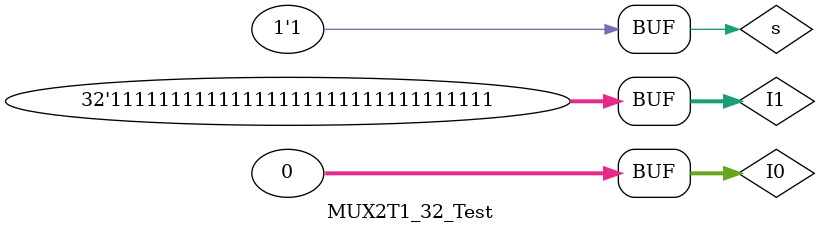
<source format=v>
`timescale 1ns / 1ps


module MUX2T1_32_Test;

	// Inputs
	reg [31:0] I0;
	reg [31:0] I1;
	reg s;

	// Outputs
	wire [31:0] o;

	// Instantiate the Unit Under Test (UUT)
	MUX2T1_32 uut (
		.I0(I0), 
		.I1(I1), 
		.s(s), 
		.o(o)
	);

	initial begin
		// Initialize Inputs
		I0 = 0;
		I1 = -1;
		s = 0;

		// Wait 100 ns for global reset to finish
		#100;
        
		// Add stimulus here
		
		s = 1;

	end
      
endmodule


</source>
